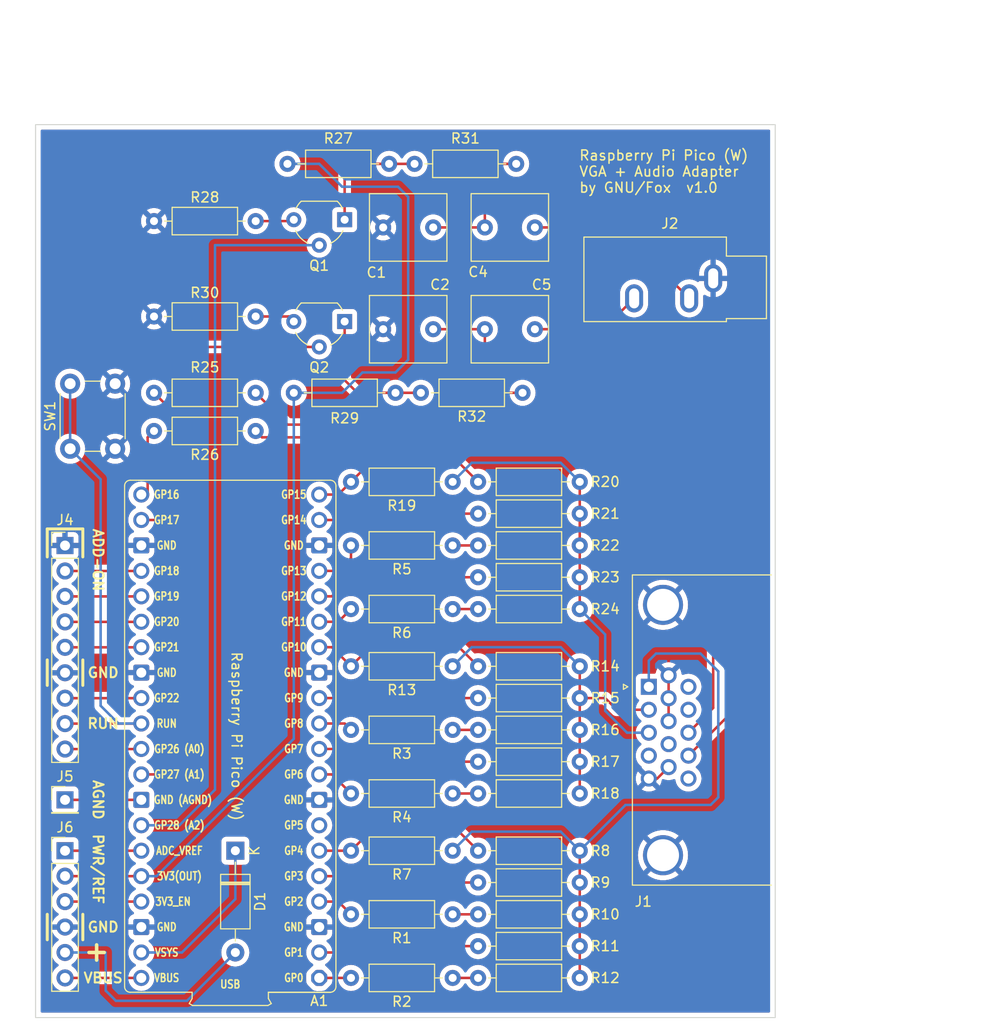
<source format=kicad_pcb>
(kicad_pcb (version 20211014) (generator pcbnew)
  (layers (0 "F.Cu" signal) (31 "B.Cu" signal) (34 "B.Paste" user) (35 "F.Paste" user) (36 "B.SilkS" user "B.Silkscreen") (37 "F.SilkS" user "F.Silkscreen") (38 "B.Mask" user) (39 "F.Mask" user) (44 "Edge.Cuts" user))
  (net 0 "")
  (net 1 "/GPIO0")
  (net 2 "/GPIO1")
  (net 3 "/GPIO2")
  (net 4 "/GPIO3")
  (net 5 "/GPIO4")
  (net 6 "/GPIO5")
  (net 7 "/GPIO6")
  (net 8 "/GPIO7")
  (net 9 "/GPIO8")
  (net 10 "/GPIO9")
  (net 11 "/GPIO10")
  (net 12 "/GPIO11")
  (net 13 "/GPIO12")
  (net 14 "/GPIO13")
  (net 15 "/GPIO14")
  (net 16 "/GPIO15")
  (net 17 "/VBUS")
  (net 18 "Net-(A1-Pad39)")
  (net 19 "/3V3_EN")
  (net 20 "/ADC_VREF")
  (net 21 "/AGND")
  (net 22 "/GPIO26")
  (net 23 "/RUN")
  (net 24 "/PWM_R")
  (net 25 "/GPIO22")
  (net 26 "/PWM_L")
  (net 27 "/GPIO21")
  (net 28 "+3V3")
  (net 29 "/GPIO20")
  (net 30 "/GPIO19")
  (net 31 "+5V")
  (net 32 "Net-(C1-Pad1)")
  (net 33 "Net-(C2-Pad1)")
  (net 34 "Net-(C4-Pad2)")
  (net 35 "Net-(C5-Pad1)")
  (net 36 "/VGA_R")
  (net 37 "/VGA_G")
  (net 38 "/VGA_B")
  (net 43 "/HSYNC")
  (net 44 "/VSYNC")
  (net 46 "Net-(Q1-Pad1)")
  (net 47 "Net-(Q1-Pad3)")
  (net 48 "Net-(Q2-Pad1)")
  (net 49 "Net-(Q2-Pad3)")
  (net 50 "Net-(R1-Pad1)")
  (net 51 "Net-(R12-Pad2)")
  (net 52 "Net-(R16-Pad2)")
  (net 53 "Net-(R18-Pad2)")
  (net 54 "Net-(R22-Pad2)")
  (net 55 "Net-(R24-Pad2)")
  (net 56 "/GPIO18")
  (net 57 "/GPIO17")
  (net 58 "GND")
  (net 59 "/GPIO16")
  (footprint "Diode_THT:D_A-405_P10.16mm_Horizontal" (layer "F.Cu") (at 53.848 118.11 -90)
    (fp_text reference "D1" (at 5.08 -2.47 90) (layer "F.SilkS"))
    (fp_text value "D_Schottky")
    (fp_text user "K" (at 0 -1.9 90) (layer "F.SilkS"))
    (pad "1" thru_hole rect (at 0 0 270) (size 1.8 1.8) (drill 0.9) (layers *.Cu *.Mask) (net 18 "Net-(A1-Pad39)"))
    (pad "2" thru_hole oval (at 10.16 0 270) (size 1.8 1.8) (drill 0.9) (layers *.Cu *.Mask) (net 31 "+5V"))
  )
  (footprint "Capacitor_THT:C_Rect_L7.5mm_W6.5mm_P5.00mm" (layer "F.Cu") (at 73.62 66.04 180)
    (fp_text reference "C2" (at -0.675 4.445) (layer "F.SilkS"))
    (fp_text value "100n")
    (pad "1" thru_hole circle (at 0 0 180) (size 1.6 1.6) (drill 0.8) (layers *.Cu *.Mask) (net 33 "Net-(C2-Pad1)"))
    (pad "2" thru_hole circle (at 5 0 180) (size 1.6 1.6) (drill 0.8) (layers *.Cu *.Mask) (net 58 "GND"))
  )
  (footprint "Package_TO_SOT_THT:TO-92_Wide" (layer "F.Cu") (at 64.77 55.11 180)
    (fp_text reference "Q1" (at 2.55 -4.58) (layer "F.SilkS"))
    (fp_text value "Q_NMOS_DGS")
    (pad "1" thru_hole rect (at 0 0 180) (size 1.5 1.5) (drill 0.8) (layers *.Cu *.Mask) (net 46 "Net-(Q1-Pad1)"))
    (pad "2" thru_hole circle (at 2.54 -2.54 180) (size 1.5 1.5) (drill 0.8) (layers *.Cu *.Mask) (net 26 "/PWM_L"))
    (pad "3" thru_hole circle (at 5.08 0 180) (size 1.5 1.5) (drill 0.8) (layers *.Cu *.Mask) (net 47 "Net-(Q1-Pad3)"))
  )
  (footprint "Resistor_THT:R_Axial_DIN0207_L6.3mm_D2.5mm_P10.16mm_Horizontal" (layer "F.Cu") (at 75.565 124.46 180)
    (fp_text reference "R1" (at 5.08 -2.37 180) (layer "F.SilkS"))
    (fp_text value "1k")
    (pad "1" thru_hole circle (at 0 0 180) (size 1.6 1.6) (drill 0.8) (layers *.Cu *.Mask) (net 50 "Net-(R1-Pad1)"))
    (pad "2" thru_hole oval (at 10.16 0 180) (size 1.6 1.6) (drill 0.8) (layers *.Cu *.Mask) (net 3 "/GPIO2"))
  )
  (footprint "Resistor_THT:R_Axial_DIN0207_L6.3mm_D2.5mm_P10.16mm_Horizontal" (layer "F.Cu") (at 75.565 99.695 180)
    (fp_text reference "R13" (at 5.08 -2.37 180) (layer "F.SilkS"))
    (fp_text value "1k")
    (pad "1" thru_hole circle (at 0 0 180) (size 1.6 1.6) (drill 0.8) (layers *.Cu *.Mask) (net 37 "/VGA_G"))
    (pad "2" thru_hole oval (at 10.16 0 180) (size 1.6 1.6) (drill 0.8) (layers *.Cu *.Mask) (net 11 "/GPIO10"))
  )
  (footprint "Connector_PinHeader_2.54mm:PinHeader_1x09_P2.54mm_Vertical" (layer "F.Cu") (at 36.83 87.64)
    (fp_text reference "J4" (at 0 -2.55) (layer "F.SilkS"))
    (fp_text value "ADD-ON")
    (pad "1" thru_hole rect (at 0 0) (size 1.7 1.7) (drill 1) (layers *.Cu *.Mask) (net 58 "GND"))
    (pad "2" thru_hole oval (at 0 2.54) (size 1.7 1.7) (drill 1) (layers *.Cu *.Mask) (net 56 "/GPIO18"))
    (pad "3" thru_hole oval (at 0 5.08) (size 1.7 1.7) (drill 1) (layers *.Cu *.Mask) (net 30 "/GPIO19"))
    (pad "4" thru_hole oval (at 0 7.62) (size 1.7 1.7) (drill 1) (layers *.Cu *.Mask) (net 29 "/GPIO20"))
    (pad "5" thru_hole oval (at 0 10.16) (size 1.7 1.7) (drill 1) (layers *.Cu *.Mask) (net 27 "/GPIO21"))
    (pad "6" thru_hole oval (at 0 12.7) (size 1.7 1.7) (drill 1) (layers *.Cu *.Mask) (net 58 "GND"))
    (pad "7" thru_hole oval (at 0 15.24) (size 1.7 1.7) (drill 1) (layers *.Cu *.Mask) (net 25 "/GPIO22"))
    (pad "8" thru_hole oval (at 0 17.78) (size 1.7 1.7) (drill 1) (layers *.Cu *.Mask) (net 23 "/RUN"))
    (pad "9" thru_hole oval (at 0 20.32) (size 1.7 1.7) (drill 1) (layers *.Cu *.Mask) (net 22 "/GPIO26"))
  )
  (footprint "Resistor_THT:R_Axial_DIN0207_L6.3mm_D2.5mm_P10.16mm_Horizontal" (layer "F.Cu") (at 81.915 49.53 180)
    (fp_text reference "R31" (at 5.08 2.54 180) (layer "F.SilkS"))
    (fp_text value "220")
    (pad "1" thru_hole circle (at 0 0 180) (size 1.6 1.6) (drill 0.8) (layers *.Cu *.Mask) (net 32 "Net-(C1-Pad1)"))
    (pad "2" thru_hole oval (at 10.16 0 180) (size 1.6 1.6) (drill 0.8) (layers *.Cu *.Mask) (net 46 "Net-(Q1-Pad1)"))
  )
  (footprint "Resistor_THT:R_Axial_DIN0207_L6.3mm_D2.5mm_P10.16mm_Horizontal" (layer "F.Cu") (at 88.265 87.63 180)
    (fp_text reference "R22" (at -2.54 0 180) (layer "F.SilkS"))
    (fp_text value "1k")
    (pad "1" thru_hole circle (at 0 0 180) (size 1.6 1.6) (drill 0.8) (layers *.Cu *.Mask) (net 38 "/VGA_B"))
    (pad "2" thru_hole oval (at 10.16 0 180) (size 1.6 1.6) (drill 0.8) (layers *.Cu *.Mask) (net 54 "Net-(R22-Pad2)"))
  )
  (footprint "Resistor_THT:R_Axial_DIN0207_L6.3mm_D2.5mm_P10.16mm_Horizontal" (layer "F.Cu") (at 88.265 84.455 180)
    (fp_text reference "R21" (at -2.54 0 180) (layer "F.SilkS"))
    (fp_text value "1k")
    (pad "1" thru_hole circle (at 0 0 180) (size 1.6 1.6) (drill 0.8) (layers *.Cu *.Mask) (net 38 "/VGA_B"))
    (pad "2" thru_hole oval (at 10.16 0 180) (size 1.6 1.6) (drill 0.8) (layers *.Cu *.Mask) (net 15 "/GPIO14"))
  )
  (footprint "Resistor_THT:R_Axial_DIN0207_L6.3mm_D2.5mm_P10.16mm_Horizontal" (layer "F.Cu") (at 55.88 76.2 180)
    (fp_text reference "R26" (at 5.08 -2.37 180) (layer "F.SilkS"))
    (fp_text value "47")
    (pad "1" thru_hole circle (at 0 0 180) (size 1.6 1.6) (drill 0.8) (layers *.Cu *.Mask) (net 43 "/HSYNC"))
    (pad "2" thru_hole oval (at 10.16 0 180) (size 1.6 1.6) (drill 0.8) (layers *.Cu *.Mask) (net 59 "/GPIO16"))
  )
  (footprint "Resistor_THT:R_Axial_DIN0207_L6.3mm_D2.5mm_P10.16mm_Horizontal" (layer "F.Cu") (at 45.72 64.77)
    (fp_text reference "R30" (at 5.08 -2.37) (layer "F.SilkS"))
    (fp_text value "100")
    (pad "1" thru_hole circle (at 0 0) (size 1.6 1.6) (drill 0.8) (layers *.Cu *.Mask) (net 58 "GND"))
    (pad "2" thru_hole oval (at 10.16 0) (size 1.6 1.6) (drill 0.8) (layers *.Cu *.Mask) (net 49 "Net-(Q2-Pad3)"))
  )
  (footprint "Module:Raspberry_Pi_Pico_Socket" (layer "F.Cu") (at 62.23 130.81 180)
    (fp_text reference "A1" (at 0 -2.286 180) (layer "F.SilkS"))
    (fp_text value "RaspberryPi-Pico-Socket")
    (fp_text user "GND" (at 2.54 30.48 180) (layer "F.SilkS") (effects (font (size 0.8 0.64))))
    (fp_text user "GP6" (at 2.54 20.32 180) (layer "F.SilkS") (effects (font (size 0.8 0.64))))
    (fp_text user "VSYS" (at 15.24 2.54 180) (layer "F.SilkS") (effects (font (size 0.8 0.64))))
    (fp_text user "GP8" (at 2.54 25.4 180) (layer "F.SilkS") (effects (font (size 0.8 0.64))))
    (fp_text user "GND" (at 2.54 43.18 180) (layer "F.SilkS") (effects (font (size 0.8 0.64))))
    (fp_text user "GP1" (at 2.54 2.54 180) (layer "F.SilkS") (effects (font (size 0.8 0.64))))
    (fp_text user "GP14" (at 2.54 45.72 180) (layer "F.SilkS") (effects (font (size 0.8 0.64))))
    (fp_text user "GP2" (at 2.54 7.62 180) (layer "F.SilkS") (effects (font (size 0.8 0.64))))
    (fp_text user "3V3(OUT)" (at 13.97 10.16 180) (layer "F.SilkS") (effects (font (size 0.8 0.64))))
    (fp_text user "GP22" (at 15.24 27.94 180) (layer "F.SilkS") (effects (font (size 0.8 0.64))))
    (fp_text user "GP19" (at 15.24 38.1 180) (layer "F.SilkS") (effects (font (size 0.8 0.64))))
    (fp_text user "GP7" (at 2.54 22.86 180) (layer "F.SilkS") (effects (font (size 0.8 0.64))))
    (fp_text user "Raspberry Pi Pico (W)" (at 8.255 24.13 270 unlocked) (layer "F.SilkS"))
    (fp_text user "USB" (at 8.89 -0.635 180) (layer "F.SilkS") (effects (font (size 0.8 0.66))))
    (fp_text user "RUN" (at 15.24 25.4 180) (layer "F.SilkS") (effects (font (size 0.8 0.64))))
    (fp_text user "3V3_EN" (at 14.605 7.62 180) (layer "F.SilkS") (effects (font (size 0.8 0.64))))
    (fp_text user "GP28 (A2)" (at 13.97 15.24 180) (layer "F.SilkS") (effects (font (size 0.8 0.64))))
    (fp_text user "GP4" (at 2.54 12.7 180) (layer "F.SilkS") (effects (font (size 0.8 0.64))))
    (fp_text user "GP13" (at 2.54 40.64 180) (layer "F.SilkS") (effects (font (size 0.8 0.64))))
    (fp_text user "GP16" (at 15.24 48.26 180) (layer "F.SilkS") (effects (font (size 0.8 0.64))))
    (fp_text user "GND" (at 15.24 5.08 180) (layer "F.SilkS") (effects (font (size 0.8 0.64))))
    (fp_text user "GP12" (at 2.54 38.1 180) (layer "F.SilkS") (effects (font (size 0.8 0.64))))
    (fp_text user "GND" (at 2.54 5.08 180) (layer "F.SilkS") (effects (font (size 0.8 0.64))))
    (fp_text user "GP15" (at 2.54 48.26 180) (layer "F.SilkS") (effects (font (size 0.8 0.64))))
    (fp_text user "GP9" (at 2.54 27.94 180) (layer "F.SilkS") (effects (font (size 0.8 0.64))))
    (fp_text user "GND (AGND)" (at 13.6144 17.78 180) (layer "F.SilkS") (effects (font (size 0.8 0.64))))
    (fp_text user "GP5" (at 2.54 15.24 180) (layer "F.SilkS") (effects (font (size 0.8 0.64))))
    (fp_text user "GP3" (at 2.54 10.16 180) (layer "F.SilkS") (effects (font (size 0.8 0.64))))
    (fp_text user "GP10" (at 2.54 33.02 180) (layer "F.SilkS") (effects (font (size 0.8 0.64))))
    (fp_text user "GP17" (at 15.24 45.72 180) (layer "F.SilkS") (effects (font (size 0.8 0.64))))
    (fp_text user "GP26 (A0)" (at 13.97 22.86 180) (layer "F.SilkS") (effects (font (size 0.8 0.64))))
    (fp_text user "VBUS" (at 15.24 0 180) (layer "F.SilkS") (effects (font (size 0.8 0.64))))
    (fp_text user "GND" (at 15.24 30.48 180) (layer "F.SilkS") (effects (font (size 0.8 0.64))))
    (fp_text user "GP20" (at 15.24 35.56 180) (layer "F.SilkS") (effects (font (size 0.8 0.64))))
    (fp_text user "GP18" (at 15.24 40.64 180) (layer "F.SilkS") (effects (font (size 0.8 0.64))))
    (fp_text user "GP11" (at 2.54 35.56 180) (layer "F.SilkS") (effects (font (size 0.8 0.64))))
    (fp_text user "ADC_VREF" (at 13.97 12.7 180) (layer "F.SilkS") (effects (font (size 0.8 0.64))))
    (fp_text user "GND" (at 15.24 43.18 180) (layer "F.SilkS") (effects (font (size 0.8 0.64))))
    (fp_text user "GND" (at 2.54 17.78 180) (layer "F.SilkS") (effects (font (size 0.8 0.64))))
    (fp_text user "GP0" (at 2.54 0 180) (layer "F.SilkS") (effects (font (size 0.8 0.64))))
    (fp_text user "GP27 (A1)" (at 13.97 20.32 180) (layer "F.SilkS") (effects (font (size 0.8 0.64))))
    (fp_text user "GP21" (at 15.24 33.02 180) (layer "F.SilkS") (effects (font (size 0.8 0.64))))
    (pad "1" thru_hole custom (at 0 0 180) (size 1.6 1.6) (drill 1) (layers *.Cu *.Mask) (net 1 "/GPIO0") (options (clearance convexhull) (anchor circle)) (primitives (gr_poly (pts (xy 0.6 0.248529) (xy 0.248529 0.6) (xy -0.248529 0.6) (xy -0.6 0.248529) (xy -0.6 -0.248529) (xy -0.248529 -0.6) (xy 0.248529 -0.6) (xy 0.6 -0.248529)) (width 0.4) (fill yes))))
    (pad "2" thru_hole circle (at 0 2.54 180) (size 1.6 1.6) (drill 1) (layers *.Cu *.Mask) (net 2 "/GPIO1"))
    (pad "3" thru_hole roundrect (at 0 5.08 180) (size 1.6 1.6) (drill 1) (layers *.Cu *.Mask) (roundrect_rratio 0.125) (net 58 "GND"))
    (pad "4" thru_hole circle (at 0 7.62 180) (size 1.6 1.6) (drill 1) (layers *.Cu *.Mask) (net 3 "/GPIO2"))
    (pad "5" thru_hole circle (at 0 10.16 180) (size 1.6 1.6) (drill 1) (layers *.Cu *.Mask) (net 4 "/GPIO3"))
    (pad "6" thru_hole circle (at 0 12.7 180) (size 1.6 1.6) (drill 1) (layers *.Cu *.Mask) (net 5 "/GPIO4"))
    (pad "7" thru_hole circle (at 0 15.24 180) (size 1.6 1.6) (drill 1) (layers *.Cu *.Mask) (net 6 "/GPIO5"))
    (pad "8" thru_hole roundrect (at 0 17.78 180) (size 1.6 1.6) (drill 1) (layers *.Cu *.Mask) (roundrect_rratio 0.125) (net 58 "GND"))
    (pad "9" thru_hole circle (at 0 20.32 180) (size 1.6 1.6) (drill 1) (layers *.Cu *.Mask) (net 7 "/GPIO6"))
    (pad "10" thru_hole circle (at 0 22.86 180) (size 1.6 1.6) (drill 1) (layers *.Cu *.Mask) (net 8 "/GPIO7"))
    (pad "11" thru_hole circle (at 0 25.4 180) (size 1.6 1.6) (drill 1) (layers *.Cu *.Mask) (net 9 "/GPIO8"))
    (pad "12" thru_hole circle (at 0 27.94 180) (size 1.6 1.6) (drill 1) (layers *.Cu *.Mask) (net 10 "/GPIO9"))
    (pad "13" thru_hole roundrect (at 0 30.48 180) (size 1.6 1.6) (drill 1) (layers *.Cu *.Mask) (roundrect_rratio 0.125) (net 58 "GND"))
    (pad "14" thru_hole circle (at 0 33.02 180) (size 1.6 1.6) (drill 1) (layers *.Cu *.Mask) (net 11 "/GPIO10"))
    (pad "15" thru_hole circle (at 0 35.56 180) (size 1.6 1.6) (drill 1) (layers *.Cu *.Mask) (net 12 "/GPIO11"))
    (pad "16" thru_hole circle (at 0 38.1 180) (size 1.6 1.6) (drill 1) (layers *.Cu *.Mask) (net 13 "/GPIO12"))
    (pad "17" thru_hole circle (at 0 40.64 180) (size 1.6 1.6) (drill 1) (layers *.Cu *.Mask) (net 14 "/GPIO13"))
    (pad "18" thru_hole roundrect (at 0 43.18 180) (size 1.6 1.6) (drill 1) (layers *.Cu *.Mask) (roundrect_rratio 0.125) (net 58 "GND"))
    (pad "19" thru_hole circle (at 0 45.72 180) (size 1.6 1.6) (drill 1) (layers *.Cu *.Mask) (net 15 "/GPIO14"))
    (pad "20" thru_hole circle (at 0 48.26 180) (size 1.6 1.6) (drill 1) (layers *.Cu *.Mask) (net 16 "/GPIO15"))
    (pad "21" thru_hole circle (at 17.78 48.26 180) (size 1.6 1.6) (drill 1) (layers *.Cu *.Mask) (net 59 "/GPIO16"))
    (pad "22" thru_hole circle (at 17.78 45.72 180) (size 1.6 1.6) (drill 1) (layers *.Cu *.Mask) (net 57 "/GPIO17"))
    (pad "23" thru_hole roundrect (at 17.78 43.18 180) (size 1.6 1.6) (drill 1) (layers *.Cu *.Mask) (roundrect_rratio 0.125) (net 58 "GND"))
    (pad "24" thru_hole circle (at 17.78 40.64 180) (size 1.6 1.6) (drill 1) (layers *.Cu *.Mask) (net 56 "/GPIO18"))
    (pad "25" thru_hole circle (at 17.78 38.1 180) (size 1.6 1.6) (drill 1) (layers *.Cu *.Mask) (net 30 "/GPIO19"))
    (pad "26" thru_hole circle (at 17.78 35.56 180) (size 1.6 1.6) (drill 1) (layers *.Cu *.Mask) (net 29 "/GPIO20"))
    (pad "27" thru_hole circle (at 17.78 33.02 180) (size 1.6 1.6) (drill 1) (layers *.Cu *.Mask) (net 27 "/GPIO21"))
    (pad "28" thru_hole roundrect (at 17.78 30.48 180) (size 1.6 1.6) (drill 1) (layers *.Cu *.Mask) (roundrect_rratio 0.125) (net 58 "GND"))
    (pad "29" thru_hole circle (at 17.78 27.94 180) (size 1.6 1.6) (drill 1) (layers *.Cu *.Mask) (net 25 "/GPIO22"))
    (pad "30" thru_hole circle (at 17.78 25.4 180) (size 1.6 1.6) (drill 1) (layers *.Cu *.Mask) (net 23 "/RUN"))
    (pad "31" thru_hole circle (at 17.78 22.86 180) (size 1.6 1.6) (drill 1) (layers *.Cu *.Mask) (net 22 "/GPIO26"))
    (pad "32" thru_hole circle (at 17.78 20.32 180) (size 1.6 1.6) (drill 1) (layers *.Cu *.Mask) (net 24 "/PWM_R"))
    (pad "33" thru_hole roundrect (at 17.78 17.78 180) (size 1.6 1.6) (drill 1) (layers *.Cu *.Mask) (roundrect_rratio 0.125) (net 21 "/AGND"))
    (pad "34" thru_hole circle (at 17.78 15.24 180) (size 1.6 1.6) (drill 1) (layers *.Cu *.Mask) (net 26 "/PWM_L"))
    (pad "35" thru_hole circle (at 17.78 12.7 180) (size 1.6 1.6) (drill 1) (layers *.Cu *.Mask) (net 20 "/ADC_VREF"))
    (pad "36" thru_hole circle (at 17.78 10.16 180) (size 1.6 1.6) (drill 1) (layers *.Cu *.Mask) (net 28 "+3V3"))
    (pad "37" thru_hole circle (at 17.78 7.62 180) (size 1.6 1.6) (drill 1) (layers *.Cu *.Mask) (net 19 "/3V3_EN"))
    (pad "38" thru_hole roundrect (at 17.78 5.08 180) (size 1.6 1.6) (drill 1) (layers *.Cu *.Mask) (roundrect_rratio 0.125) (net 58 "GND"))
    (pad "39" thru_hole circle (at 17.78 2.54 180) (size 1.6 1.6) (drill 1) (layers *.Cu *.Mask) (net 18 "Net-(A1-Pad39)"))
    (pad "40" thru_hole circle (at 17.78 0 180) (size 1.6 1.6) (drill 1) (layers *.Cu *.Mask) (net 17 "/VBUS"))
  )
  (footprint "Resistor_THT:R_Axial_DIN0207_L6.3mm_D2.5mm_P10.16mm_Horizontal" (layer "F.Cu") (at 88.265 99.695 180)
    (fp_text reference "R14" (at -2.54 0 180) (layer "F.SilkS"))
    (fp_text value "1k")
    (pad "1" thru_hole circle (at 0 0 180) (size 1.6 1.6) (drill 0.8) (layers *.Cu *.Mask) (net 37 "/VGA_G"))
    (pad "2" thru_hole oval (at 10.16 0 180) (size 1.6 1.6) (drill 0.8) (layers *.Cu *.Mask) (net 11 "/GPIO10"))
  )
  (footprint "Connector_PinHeader_2.54mm:PinHeader_1x01_P2.54mm_Vertical" (layer "F.Cu") (at 36.83 113.03)
    (fp_text reference "J5" (at 0 -2.33) (layer "F.SilkS"))
    (fp_text value "AGND")
    (pad "1" thru_hole rect (at 0 0) (size 1.7 1.7) (drill 1) (layers *.Cu *.Mask) (net 21 "/AGND"))
  )
  (footprint "Resistor_THT:R_Axial_DIN0207_L6.3mm_D2.5mm_P10.16mm_Horizontal" (layer "F.Cu") (at 88.265 121.285 180)
    (fp_text reference "R9" (at -2.064082 0 180) (layer "F.SilkS"))
    (fp_text value "1k")
    (pad "1" thru_hole circle (at 0 0 180) (size 1.6 1.6) (drill 0.8) (layers *.Cu *.Mask) (net 36 "/VGA_R"))
    (pad "2" thru_hole oval (at 10.16 0 180) (size 1.6 1.6) (drill 0.8) (layers *.Cu *.Mask) (net 4 "/GPIO3"))
  )
  (footprint "Resistor_THT:R_Axial_DIN0207_L6.3mm_D2.5mm_P10.16mm_Horizontal" (layer "F.Cu") (at 75.565 93.98 180)
    (fp_text reference "R6" (at 5.08 -2.37 180) (layer "F.SilkS"))
    (fp_text value "3.9k")
    (pad "1" thru_hole circle (at 0 0 180) (size 1.6 1.6) (drill 0.8) (layers *.Cu *.Mask) (net 55 "Net-(R24-Pad2)"))
    (pad "2" thru_hole oval (at 10.16 0 180) (size 1.6 1.6) (drill 0.8) (layers *.Cu *.Mask) (net 12 "/GPIO11"))
  )
  (footprint "Resistor_THT:R_Axial_DIN0207_L6.3mm_D2.5mm_P10.16mm_Horizontal" (layer "F.Cu") (at 88.265 130.81 180)
    (fp_text reference "R12" (at -2.54 0 180) (layer "F.SilkS"))
    (fp_text value "3.9k")
    (pad "1" thru_hole circle (at 0 0 180) (size 1.6 1.6) (drill 0.8) (layers *.Cu *.Mask) (net 36 "/VGA_R"))
    (pad "2" thru_hole oval (at 10.16 0 180) (size 1.6 1.6) (drill 0.8) (layers *.Cu *.Mask) (net 51 "Net-(R12-Pad2)"))
  )
  (footprint "Resistor_THT:R_Axial_DIN0207_L6.3mm_D2.5mm_P10.16mm_Horizontal" (layer "F.Cu") (at 75.565 106.045 180)
    (fp_text reference "R3" (at 5.08 -2.37 180) (layer "F.SilkS"))
    (fp_text value "1k")
    (pad "1" thru_hole circle (at 0 0 180) (size 1.6 1.6) (drill 0.8) (layers *.Cu *.Mask) (net 52 "Net-(R16-Pad2)"))
    (pad "2" thru_hole oval (at 10.16 0 180) (size 1.6 1.6) (drill 0.8) (layers *.Cu *.Mask) (net 9 "/GPIO8"))
  )
  (footprint "Resistor_THT:R_Axial_DIN0207_L6.3mm_D2.5mm_P10.16mm_Horizontal" (layer "F.Cu") (at 88.265 90.805 180)
    (fp_text reference "R23" (at -2.54 0 180) (layer "F.SilkS"))
    (fp_text value "3.9k")
    (pad "1" thru_hole circle (at 0 0 180) (size 1.6 1.6) (drill 0.8) (layers *.Cu *.Mask) (net 38 "/VGA_B"))
    (pad "2" thru_hole oval (at 10.16 0 180) (size 1.6 1.6) (drill 0.8) (layers *.Cu *.Mask) (net 13 "/GPIO12"))
  )
  (footprint "Connector_Audio:Jack_3.5mm_CUI_SJ1-3533NG_Horizontal" (layer "F.Cu") (at 101.6 60.96 -90)
    (fp_text reference "J2" (at -5.472579 4.332418) (layer "F.SilkS"))
    (fp_text value "AudioJack3")
    (pad "R" thru_hole oval (at 2 7.9 270) (size 2.8 1.8) (drill oval 2 1) (layers *.Cu *.Mask) (net 35 "Net-(C5-Pad1)"))
    (pad "S" thru_hole oval (at 0 0 270) (size 2.8 1.8) (drill oval 2 1) (layers *.Cu *.Mask) (net 58 "GND"))
    (pad "T" thru_hole oval (at 2 2.4 270) (size 2.8 1.8) (drill oval 2 1) (layers *.Cu *.Mask) (net 34 "Net-(C4-Pad2)"))
  )
  (footprint "Resistor_THT:R_Axial_DIN0207_L6.3mm_D2.5mm_P10.16mm_Horizontal" (layer "F.Cu") (at 88.265 112.395 180)
    (fp_text reference "R18" (at -2.54 0 180) (layer "F.SilkS"))
    (fp_text value "3.9k")
    (pad "1" thru_hole circle (at 0 0 180) (size 1.6 1.6) (drill 0.8) (layers *.Cu *.Mask) (net 37 "/VGA_G"))
    (pad "2" thru_hole oval (at 10.16 0 180) (size 1.6 1.6) (drill 0.8) (layers *.Cu *.Mask) (net 53 "Net-(R18-Pad2)"))
  )
  (footprint "Resistor_THT:R_Axial_DIN0207_L6.3mm_D2.5mm_P10.16mm_Horizontal" (layer "F.Cu") (at 88.265 102.87 180)
    (fp_text reference "R15" (at -2.54 0 180) (layer "F.SilkS"))
    (fp_text value "1k")
    (pad "1" thru_hole circle (at 0 0 180) (size 1.6 1.6) (drill 0.8) (layers *.Cu *.Mask) (net 37 "/VGA_G"))
    (pad "2" thru_hole oval (at 10.16 0 180) (size 1.6 1.6) (drill 0.8) (layers *.Cu *.Mask) (net 10 "/GPIO9"))
  )
  (footprint "Resistor_THT:R_Axial_DIN0207_L6.3mm_D2.5mm_P10.16mm_Horizontal" (layer "F.Cu") (at 88.265 106.045 180)
    (fp_text reference "R16" (at -2.54 0 180) (layer "F.SilkS"))
    (fp_text value "1k")
    (pad "1" thru_hole circle (at 0 0 180) (size 1.6 1.6) (drill 0.8) (layers *.Cu *.Mask) (net 37 "/VGA_G"))
    (pad "2" thru_hole oval (at 10.16 0 180) (size 1.6 1.6) (drill 0.8) (layers *.Cu *.Mask) (net 52 "Net-(R16-Pad2)"))
  )
  (footprint "Resistor_THT:R_Axial_DIN0207_L6.3mm_D2.5mm_P10.16mm_Horizontal" (layer "F.Cu") (at 88.265 124.46 180)
    (fp_text reference "R10" (at -2.54 0 180) (layer "F.SilkS"))
    (fp_text value "1k")
    (pad "1" thru_hole circle (at 0 0 180) (size 1.6 1.6) (drill 0.8) (layers *.Cu *.Mask) (net 36 "/VGA_R"))
    (pad "2" thru_hole oval (at 10.16 0 180) (size 1.6 1.6) (drill 0.8) (layers *.Cu *.Mask) (net 50 "Net-(R1-Pad1)"))
  )
  (footprint "Resistor_THT:R_Axial_DIN0207_L6.3mm_D2.5mm_P10.16mm_Horizontal" (layer "F.Cu") (at 75.565 112.395 180)
    (fp_text reference "R4" (at 5.08 -2.37 180) (layer "F.SilkS"))
    (fp_text value "3.9k")
    (pad "1" thru_hole circle (at 0 0 180) (size 1.6 1.6) (drill 0.8) (layers *.Cu *.Mask) (net 53 "Net-(R18-Pad2)"))
    (pad "2" thru_hole oval (at 10.16 0 180) (size 1.6 1.6) (drill 0.8) (layers *.Cu *.Mask) (net 7 "/GPIO6"))
  )
  (footprint "Resistor_THT:R_Axial_DIN0207_L6.3mm_D2.5mm_P10.16mm_Horizontal" (layer "F.Cu") (at 88.265 81.28 180)
    (fp_text reference "R20" (at -2.54 0 180) (layer "F.SilkS"))
    (fp_text value "1k")
    (pad "1" thru_hole circle (at 0 0 180) (size 1.6 1.6) (drill 0.8) (layers *.Cu *.Mask) (net 38 "/VGA_B"))
    (pad "2" thru_hole oval (at 10.16 0 180) (size 1.6 1.6) (drill 0.8) (layers *.Cu *.Mask) (net 16 "/GPIO15"))
  )
  (footprint "Resistor_THT:R_Axial_DIN0207_L6.3mm_D2.5mm_P10.16mm_Horizontal" (layer "F.Cu") (at 59.055 49.53)
    (fp_text reference "R27" (at 5.08 -2.54) (layer "F.SilkS"))
    (fp_text value "1k")
    (pad "1" thru_hole circle (at 0 0) (size 1.6 1.6) (drill 0.8) (layers *.Cu *.Mask) (net 28 "+3V3"))
    (pad "2" thru_hole oval (at 10.16 0) (size 1.6 1.6) (drill 0.8) (layers *.Cu *.Mask) (net 46 "Net-(Q1-Pad1)"))
  )
  (footprint "Resistor_THT:R_Axial_DIN0207_L6.3mm_D2.5mm_P10.16mm_Horizontal" (layer "F.Cu") (at 55.88 72.39 180)
    (fp_text reference "R25" (at 5.08 2.54 180) (layer "F.SilkS"))
    (fp_text value "47")
    (pad "1" thru_hole circle (at 0 0 180) (size 1.6 1.6) (drill 0.8) (layers *.Cu *.Mask) (net 44 "/VSYNC"))
    (pad "2" thru_hole oval (at 10.16 0 180) (size 1.6 1.6) (drill 0.8) (layers *.Cu *.Mask) (net 57 "/GPIO17"))
  )
  (footprint "Resistor_THT:R_Axial_DIN0207_L6.3mm_D2.5mm_P10.16mm_Horizontal" (layer "F.Cu") (at 75.565 87.63 180)
    (fp_text reference "R5" (at 5.08 -2.37 180) (layer "F.SilkS"))
    (fp_text value "1k")
    (pad "1" thru_hole circle (at 0 0 180) (size 1.6 1.6) (drill 0.8) (layers *.Cu *.Mask) (net 54 "Net-(R22-Pad2)"))
    (pad "2" thru_hole oval (at 10.16 0 180) (size 1.6 1.6) (drill 0.8) (layers *.Cu *.Mask) (net 14 "/GPIO13"))
  )
  (footprint "Resistor_THT:R_Axial_DIN0207_L6.3mm_D2.5mm_P10.16mm_Horizontal" (layer "F.Cu") (at 59.69 72.39)
    (fp_text reference "R29" (at 5.08 2.54) (layer "F.SilkS"))
    (fp_text value "1k")
    (pad "1" thru_hole circle (at 0 0) (size 1.6 1.6) (drill 0.8) (layers *.Cu *.Mask) (net 28 "+3V3"))
    (pad "2" thru_hole oval (at 10.16 0) (size 1.6 1.6) (drill 0.8) (layers *.Cu *.Mask) (net 48 "Net-(Q2-Pad1)"))
  )
  (footprint "Resistor_THT:R_Axial_DIN0207_L6.3mm_D2.5mm_P10.16mm_Horizontal" (layer "F.Cu") (at 75.565 130.81 180)
    (fp_text reference "R2" (at 5.08 -2.37 180) (layer "F.SilkS"))
    (fp_text value "3.9k")
    (pad "1" thru_hole circle (at 0 0 180) (size 1.6 1.6) (drill 0.8) (layers *.Cu *.Mask) (net 51 "Net-(R12-Pad2)"))
    (pad "2" thru_hole oval (at 10.16 0 180) (size 1.6 1.6) (drill 0.8) (layers *.Cu *.Mask) (net 1 "/GPIO0"))
  )
  (footprint "Resistor_THT:R_Axial_DIN0207_L6.3mm_D2.5mm_P10.16mm_Horizontal" (layer "F.Cu") (at 88.265 118.11 180)
    (fp_text reference "R8" (at -2.064579 -0.018266 180) (layer "F.SilkS"))
    (fp_text value "1k")
    (pad "1" thru_hole circle (at 0 0 180) (size 1.6 1.6) (drill 0.8) (layers *.Cu *.Mask) (net 36 "/VGA_R"))
    (pad "2" thru_hole oval (at 10.16 0 180) (size 1.6 1.6) (drill 0.8) (layers *.Cu *.Mask) (net 5 "/GPIO4"))
  )
  (footprint "Capacitor_THT:C_Rect_L7.5mm_W6.5mm_P5.00mm" (layer "F.Cu") (at 78.78 55.88)
    (fp_text reference "C4" (at -0.675 4.445) (layer "F.SilkS"))
    (fp_text value "1u")
    (pad "1" thru_hole circle (at 0 0) (size 1.6 1.6) (drill 0.8) (layers *.Cu *.Mask) (net 32 "Net-(C1-Pad1)"))
    (pad "2" thru_hole circle (at 5 0) (size 1.6 1.6) (drill 0.8) (layers *.Cu *.Mask) (net 34 "Net-(C4-Pad2)"))
  )
  (footprint "Resistor_THT:R_Axial_DIN0207_L6.3mm_D2.5mm_P10.16mm_Horizontal" (layer "F.Cu") (at 88.265 127.635 180)
    (fp_text reference "R11" (at -2.54 0 180) (layer "F.SilkS"))
    (fp_text value "3.9k")
    (pad "1" thru_hole circle (at 0 0 180) (size 1.6 1.6) (drill 0.8) (layers *.Cu *.Mask) (net 36 "/VGA_R"))
    (pad "2" thru_hole oval (at 10.16 0 180) (size 1.6 1.6) (drill 0.8) (layers *.Cu *.Mask) (net 2 "/GPIO1"))
  )
  (footprint "Capacitor_THT:C_Rect_L7.5mm_W6.5mm_P5.00mm" (layer "F.Cu") (at 73.62 55.88 180)
    (fp_text reference "C1" (at 5.675 -4.5) (layer "F.SilkS"))
    (fp_text value "100n")
    (pad "1" thru_hole circle (at 0 0 180) (size 1.6 1.6) (drill 0.8) (layers *.Cu *.Mask) (net 32 "Net-(C1-Pad1)"))
    (pad "2" thru_hole circle (at 5 0 180) (size 1.6 1.6) (drill 0.8) (layers *.Cu *.Mask) (net 58 "GND"))
  )
  (footprint "Resistor_THT:R_Axial_DIN0207_L6.3mm_D2.5mm_P10.16mm_Horizontal" (layer "F.Cu") (at 82.55 72.39 180)
    (fp_text reference "R32" (at 5.08 -2.37 180) (layer "F.SilkS"))
    (fp_text value "220")
    (pad "1" thru_hole circle (at 0 0 180) (size 1.6 1.6) (drill 0.8) (layers *.Cu *.Mask) (net 33 "Net-(C2-Pad1)"))
    (pad "2" thru_hole oval (at 10.16 0 180) (size 1.6 1.6) (drill 0.8) (layers *.Cu *.Mask) (net 48 "Net-(Q2-Pad1)"))
  )
  (footprint "Resistor_THT:R_Axial_DIN0207_L6.3mm_D2.5mm_P10.16mm_Horizontal" (layer "F.Cu") (at 75.565 81.28 180)
    (fp_text reference "R19" (at 5.08 -2.37 180) (layer "F.SilkS"))
    (fp_text value "1k")
    (pad "1" thru_hole circle (at 0 0 180) (size 1.6 1.6) (drill 0.8) (layers *.Cu *.Mask) (net 38 "/VGA_B"))
    (pad "2" thru_hole oval (at 10.16 0 180) (size 1.6 1.6) (drill 0.8) (layers *.Cu *.Mask) (net 16 "/GPIO15"))
  )
  (footprint "Resistor_THT:R_Axial_DIN0207_L6.3mm_D2.5mm_P10.16mm_Horizontal" (layer "F.Cu") (at 75.565 118.11 180)
    (fp_text reference "R7" (at 5.08 -2.37 180) (layer "F.SilkS"))
    (fp_text value "1k")
    (pad "1" thru_hole circle (at 0 0 180) (size 1.6 1.6) (drill 0.8) (layers *.Cu *.Mask) (net 36 "/VGA_R"))
    (pad "2" thru_hole oval (at 10.16 0 180) (size 1.6 1.6) (drill 0.8) (layers *.Cu *.Mask) (net 5 "/GPIO4"))
  )
  (footprint "Connector_PinHeader_2.54mm:PinHeader_1x06_P2.54mm_Vertical" (layer "F.Cu") (at 36.83 118.11)
    (fp_text reference "J6" (at 0 -2.33) (layer "F.SilkS"))
    (fp_text value "PWR_REF")
    (pad "1" thru_hole rect (at 0 0) (size 1.7 1.7) (drill 1) (layers *.Cu *.Mask) (net 20 "/ADC_VREF"))
    (pad "2" thru_hole oval (at 0 2.54) (size 1.7 1.7) (drill 1) (layers *.Cu *.Mask) (net 28 "+3V3"))
    (pad "3" thru_hole oval (at 0 5.08) (size 1.7 1.7) (drill 1) (layers *.Cu *.Mask) (net 19 "/3V3_EN"))
    (pad "4" thru_hole oval (at 0 7.62) (size 1.7 1.7) (drill 1) (layers *.Cu *.Mask) (net 58 "GND"))
    (pad "5" thru_hole oval (at 0 10.16) (size 1.7 1.7) (drill 1) (layers *.Cu *.Mask) (net 31 "+5V"))
    (pad "6" thru_hole oval (at 0 12.7) (size 1.7 1.7) (drill 1) (layers *.Cu *.Mask) (net 17 "/VBUS"))
  )
  (footprint "Button_Switch_THT:SW_PUSH_6mm_H5mm" (layer "F.Cu") (at 37.338 77.978 90)
    (fp_text reference "SW1" (at 3.25 -2 90) (layer "F.SilkS"))
    (fp_text value "SW_Push")
    (pad "1" thru_hole circle (at 0 0 180) (size 2 2) (drill 1.1) (layers *.Cu *.Mask) (net 23 "/RUN"))
    (pad "1" thru_hole circle (at 6.5 0 180) (size 2 2) (drill 1.1) (layers *.Cu *.Mask) (net 23 "/RUN"))
    (pad "2" thru_hole circle (at 0 4.5 180) (size 2 2) (drill 1.1) (layers *.Cu *.Mask) (net 58 "GND"))
    (pad "2" thru_hole circle (at 6.5 4.5 180) (size 2 2) (drill 1.1) (layers *.Cu *.Mask) (net 58 "GND"))
  )
  (footprint "Connector_Dsub:DSUB-15-HD_Female_Horizontal_P2.29x1.98mm_EdgePinOffset8.35mm_Housed_MountingHolesOffset10.89mm" (layer "F.Cu") (at 95.164669 101.745 90)
    (fp_text reference "J1" (at -21.445 -0.549669) (layer "F.SilkS"))
    (fp_text value "L77HDE15SD1CH4F")
    (pad "0" thru_hole circle (at 8.185 1.42 90) (size 4 4) (drill 3.2) (layers *.Cu *.Mask) (net 58 "GND"))
    (pad "0" thru_hole circle (at -16.815 1.42 90) (size 4 4) (drill 3.2) (layers *.Cu *.Mask) (net 58 "GND"))
    (pad "1" thru_hole rect (at 0 0 90) (size 1.6 1.6) (drill 1) (layers *.Cu *.Mask) (net 36 "/VGA_R"))
    (pad "2" thru_hole circle (at -2.29 0 90) (size 1.6 1.6) (drill 1) (layers *.Cu *.Mask) (net 37 "/VGA_G"))
    (pad "3" thru_hole circle (at -4.58 0 90) (size 1.6 1.6) (drill 1) (layers *.Cu *.Mask) (net 38 "/VGA_B"))
    (pad "4" thru_hole circle (at -6.87 0 90) (size 1.6 1.6) (drill 1) (layers *.Cu *.Mask))
    (pad "5" thru_hole circle (at -9.16 0 90) (size 1.6 1.6) (drill 1) (layers *.Cu *.Mask) (net 58 "GND"))
    (pad "6" thru_hole circle (at 1.145 1.98 90) (size 1.6 1.6) (drill 1) (layers *.Cu *.Mask) (net 58 "GND"))
    (pad "7" thru_hole circle (at -1.145 1.98 90) (size 1.6 1.6) (drill 1) (layers *.Cu *.Mask) (net 58 "GND"))
    (pad "8" thru_hole circle (at -3.435 1.98 90) (size 1.6 1.6) (drill 1) (layers *.Cu *.Mask) (net 58 "GND"))
    (pad "9" thru_hole circle (at -5.725 1.98 90) (size 1.6 1.6) (drill 1) (layers *.Cu *.Mask))
    (pad "10" thru_hole circle (at -8.015 1.98 90) (size 1.6 1.6) (drill 1) (layers *.Cu *.Mask) (net 58 "GND"))
    (pad "11" thru_hole circle (at 0 3.96 90) (size 1.6 1.6) (drill 1) (layers *.Cu *.Mask))
    (pad "12" thru_hole circle (at -2.29 3.96 90) (size 1.6 1.6) (drill 1) (layers *.Cu *.Mask))
    (pad "13" thru_hole circle (at -4.58 3.96 90) (size 1.6 1.6) (drill 1) (layers *.Cu *.Mask) (net 43 "/HSYNC"))
    (pad "14" thru_hole circle (at -6.87 3.96 90) (size 1.6 1.6) (drill 1) (layers *.Cu *.Mask) (net 44 "/VSYNC"))
    (pad "15" thru_hole circle (at -9.16 3.96 90) (size 1.6 1.6) (drill 1) (layers *.Cu *.Mask))
  )
  (footprint "Capacitor_THT:C_Rect_L7.5mm_W6.5mm_P5.00mm" (layer "F.Cu") (at 83.78 66.04 180)
    (fp_text reference "C5" (at -0.675 4.445) (layer "F.SilkS"))
    (fp_text value "1u")
    (pad "1" thru_hole circle (at 0 0 180) (size 1.6 1.6) (drill 0.8) (layers *.Cu *.Mask) (net 35 "Net-(C5-Pad1)"))
    (pad "2" thru_hole circle (at 5 0 180) (size 1.6 1.6) (drill 0.8) (layers *.Cu *.Mask) (net 33 "Net-(C2-Pad1)"))
  )
  (footprint "Resistor_THT:R_Axial_DIN0207_L6.3mm_D2.5mm_P10.16mm_Horizontal" (layer "F.Cu") (at 45.72 55.245)
    (fp_text reference "R28" (at 5.08 -2.37) (layer "F.SilkS"))
    (fp_text value "100")
    (pad "1" thru_hole circle (at 0 0) (size 1.6 1.6) (drill 0.8) (layers *.Cu *.Mask) (net 58 "GND"))
    (pad "2" thru_hole oval (at 10.16 0) (size 1.6 1.6) (drill 0.8) (layers *.Cu *.Mask) (net 47 "Net-(Q1-Pad3)"))
  )
  (footprint "Resistor_THT:R_Axial_DIN0207_L6.3mm_D2.5mm_P10.16mm_Horizontal" (layer "F.Cu") (at 88.265 93.98 180)
    (fp_text reference "R24" (at -2.54 0 180) (layer "F.SilkS"))
    (fp_text value "3.9k")
    (pad "1" thru_hole circle (at 0 0 180) (size 1.6 1.6) (drill 0.8) (layers *.Cu *.Mask) (net 38 "/VGA_B"))
    (pad "2" thru_hole oval (at 10.16 0 180) (size 1.6 1.6) (drill 0.8) (layers *.Cu *.Mask) (net 55 "Net-(R24-Pad2)"))
  )
  (footprint "Resistor_THT:R_Axial_DIN0207_L6.3mm_D2.5mm_P10.16mm_Horizontal" (layer "F.Cu") (at 88.265 109.22 180)
    (fp_text reference "R17" (at -2.54 0 180) (layer "F.SilkS"))
    (fp_text value "3.9k")
    (pad "1" thru_hole circle (at 0 0 180) (size 1.6 1.6) (drill 0.8) (layers *.Cu *.Mask) (net 37 "/VGA_G"))
    (pad "2" thru_hole oval (at 10.16 0 180) (size 1.6 1.6) (drill 0.8) (layers *.Cu *.Mask) (net 8 "/GPIO7"))
  )
  (footprint "Package_TO_SOT_THT:TO-92_Wide" (layer "F.Cu") (at 64.77 65.27 180)
    (fp_text reference "Q2" (at 2.54 -4.58) (layer "F.SilkS"))
    (fp_text value "Q_NMOS_DGS")
    (pad "1" thru_hole rect (at 0 0 180) (size 1.5 1.5) (drill 0.8) (layers *.Cu *.Mask) (net 48 "Net-(Q2-Pad1)"))
    (pad "2" thru_hole circle (at 2.54 -2.54 180) (size 1.5 1.5) (drill 0.8) (layers *.Cu *.Mask) (net 24 "/PWM_R"))
    (pad "3" thru_hole circle (at 5.08 0 180) (size 1.5 1.5) (drill 0.8) (layers *.Cu *.Mask) (net 49 "Net-(Q2-Pad3)"))
  )
  (gr_line (start 38.608 85.979) (end 38.608 88.773) (layer "F.SilkS") (width 0.3))
  (gr_line (start 35.052 101.6) (end 35.052 99.06) (layer "F.SilkS") (width 0.3))
  (gr_line (start 35.052 127) (end 35.052 124.46) (layer "F.SilkS") (width 0.3))
  (gr_line (start 38.608 124.46) (end 38.608 127) (layer "F.SilkS") (width 0.3))
  (gr_line (start 35.052 85.979) (end 38.608 85.979) (layer "F.SilkS") (width 0.3))
  (gr_line (start 35.052 85.979) (end 35.052 88.773) (layer "F.SilkS") (width 0.3))
  (gr_line (start 38.608 99.06) (end 38.608 101.6) (layer "F.SilkS") (width 0.3))
  (gr_rect (start 33.886 134.77) (end 107.8 45.616) (layer "Edge.Cuts") (width 0.1) (fill none))
  (gr_text "VBUS" (at 40.64 130.81) (layer "F.SilkS") (effects (font (size 1 1) (thickness 0.2))))
  (gr_text "ADD-ON" (at 40.132 85.852 -90) (layer "F.SilkS") (effects (font (size 1 1) (thickness 0.2)) (justify left)))
  (gr_text "GND" (at 40.64 100.33) (layer "F.SilkS") (effects (font (size 1 1) (thickness 0.2))))
  (gr_text "GND" (at 40.64 125.73) (layer "F.SilkS") (effects (font (size 1 1) (thickness 0.2))))
  (gr_text "+" (at 40.132 128.27 -90) (layer "F.SilkS") (effects (font (size 2 2) (thickness 0.35))))
  (gr_text "PWR/REF" (at 40.132 116.332 -90) (layer "F.SilkS") (effects (font (size 1 1) (thickness 0.2)) (justify left)))
  (gr_text "Raspberry Pi Pico (W)\nVGA + Audio Adapter\nby GNU/Fox  v1.0" (at 88.138 50.292) (layer "F.SilkS") (effects (font (size 1 1)) (justify left)))
  (gr_text "RUN" (at 40.64 105.41) (layer "F.SilkS") (effects (font (size 1 1) (thickness 0.2))))
  (gr_text "AGND" (at 40.132 113.03 -90) (layer "F.SilkS") (effects (font (size 1 1) (thickness 0.2))))
  (segment (start 62.23 130.81) (end 65.405 130.81) (width 0.25) (layer "F.Cu") (net 1))
  (segment (start 62.23 128.27) (end 64.77 128.27) (width 0.25) (layer "F.Cu") (net 2))
  (segment (start 64.77 128.27) (end 65.405 127.635) (width 0.25) (layer "F.Cu") (net 2))
  (segment (start 65.405 127.635) (end 78.105 127.635) (width 0.25) (layer "F.Cu") (net 2))
  (segment (start 62.23 123.19) (end 64.135 123.19) (width 0.25) (layer "F.Cu") (net 3))
  (segment (start 64.135 123.19) (end 65.405 124.46) (width 0.25) (layer "F.Cu") (net 3))
  (segment (start 65.405 121.285) (end 78.105 121.285) (width 0.25) (layer "F.Cu") (net 4))
  (segment (start 62.23 120.65) (end 64.77 120.65) (width 0.25) (layer "F.Cu") (net 4))
  (segment (start 64.77 120.65) (end 65.405 121.285) (width 0.25) (layer "F.Cu") (net 4))
  (segment (start 65.405 118.11) (end 67.31 116.205) (width 0.25) (layer "F.Cu") (net 5))
  (segment (start 67.31 116.205) (end 76.2 116.205) (width 0.25) (layer "F.Cu") (net 5))
  (segment (start 62.23 118.11) (end 65.405 118.11) (width 0.25) (layer "F.Cu") (net 5))
  (segment (start 76.2 116.205) (end 78.105 118.11) (width 0.25) (layer "F.Cu") (net 5))
  (segment (start 62.23 110.49) (end 63.5 110.49) (width 0.25) (layer "F.Cu") (net 7))
  (segment (start 63.5 110.49) (end 65.405 112.395) (width 0.25) (layer "F.Cu") (net 7))
  (segment (start 65.405 109.22) (end 78.105 109.22) (width 0.25) (layer "F.Cu") (net 8))
  (segment (start 62.23 107.95) (end 64.135 107.95) (width 0.25) (layer "F.Cu") (net 8))
  (segment (start 64.135 107.95) (end 65.405 109.22) (width 0.25) (layer "F.Cu") (net 8))
  (segment (start 62.23 105.41) (end 64.77 105.41) (width 0.25) (layer "F.Cu") (net 9))
  (segment (start 64.77 105.41) (end 65.405 106.045) (width 0.25) (layer "F.Cu") (net 9))
  (segment (start 62.23 102.87) (end 78.105 102.87) (width 0.25) (layer "F.Cu") (net 10))
  (segment (start 76.2 97.79) (end 78.105 99.695) (width 0.25) (layer "F.Cu") (net 11))
  (segment (start 63.5 97.79) (end 65.405 99.695) (width 0.25) (layer "F.Cu") (net 11))
  (segment (start 62.23 97.79) (end 63.5 97.79) (width 0.25) (layer "F.Cu") (net 11))
  (segment (start 67.31 97.79) (end 76.2 97.79) (width 0.25) (layer "F.Cu") (net 11))
  (segment (start 65.405 99.695) (end 67.31 97.79) (width 0.25) (layer "F.Cu") (net 11))
  (segment (start 64.135 95.25) (end 65.405 93.98) (width 0.25) (layer "F.Cu") (net 12))
  (segment (start 62.23 95.25) (end 64.135 95.25) (width 0.25) (layer "F.Cu") (net 12))
  (segment (start 63.5 92.71) (end 65.405 90.805) (width 0.25) (layer "F.Cu") (net 13))
  (segment (start 62.23 92.71) (end 63.5 92.71) (width 0.25) (layer "F.Cu") (net 13))
  (segment (start 65.405 90.805) (end 78.105 90.805) (width 0.25) (layer "F.Cu") (net 13))
  (segment (start 64.135 90.17) (end 65.405 88.9) (width 0.25) (layer "F.Cu") (net 14))
  (segment (start 65.405 88.9) (end 65.405 87.63) (width 0.25) (layer "F.Cu") (net 14))
  (segment (start 62.23 90.17) (end 64.135 90.17) (width 0.25) (layer "F.Cu") (net 14))
  (segment (start 64.77 85.09) (end 65.405 84.455) (width 0.25) (layer "F.Cu") (net 15))
  (segment (start 65.405 84.455) (end 78.105 84.455) (width 0.25) (layer "F.Cu") (net 15))
  (segment (start 62.23 85.09) (end 64.77 85.09) (width 0.25) (layer "F.Cu") (net 15))
  (segment (start 67.31 79.375) (end 76.2 79.375) (width 0.25) (layer "F.Cu") (net 16))
  (segment (start 76.2 79.375) (end 78.105 81.28) (width 0.25) (layer "F.Cu") (net 16))
  (segment (start 65.405 81.28) (end 67.31 79.375) (width 0.25) (layer "F.Cu") (net 16))
  (segment (start 64.135 82.55) (end 65.405 81.28) (width 0.25) (layer "F.Cu") (net 16))
  (segment (start 62.23 82.55) (end 64.135 82.55) (width 0.25) (layer "F.Cu") (net 16))
  (segment (start 44.45 130.81) (end 36.83 130.81) (width 0.25) (layer "F.Cu") (net 17))
  (segment (start 53.848 122.936) (end 48.514 128.27) (width 0.25) (layer "B.Cu") (net 18))
  (segment (start 48.514 128.27) (end 44.45 128.27) (width 0.25) (layer "B.Cu") (net 18))
  (segment (start 53.848 118.11) (end 53.848 122.936) (width 0.25) (layer "B.Cu") (net 18))
  (segment (start 36.83 123.19) (end 44.45 123.19) (width 0.25) (layer "F.Cu") (net 19))
  (segment (start 36.83 118.11) (end 44.45 118.11) (width 0.25) (layer "F.Cu") (net 20))
  (segment (start 36.83 113.03) (end 44.45 113.03) (width 0.25) (layer "F.Cu") (net 21))
  (segment (start 36.83 107.96) (end 44.44 107.96) (width 0.25) (layer "F.Cu") (net 22))
  (segment (start 44.44 107.96) (end 44.45 107.95) (width 0.25) (layer "F.Cu") (net 22))
  (segment (start 44.44 105.42) (end 44.45 105.41) (width 0.25) (layer "F.Cu") (net 23))
  (segment (start 36.83 105.42) (end 44.44 105.42) (width 0.25) (layer "F.Cu") (net 23))
  (segment (start 37.338 77.978) (end 37.338 71.478) (width 0.25) (layer "B.Cu") (net 23))
  (segment (start 40.386 81.026) (end 37.338 77.978) (width 0.25) (layer "B.Cu") (net 23))
  (segment (start 44.45 105.41) (end 42.164 105.41) (width 0.25) (layer "B.Cu") (net 23))
  (segment (start 40.386 103.632) (end 40.386 81.026) (width 0.25) (layer "B.Cu") (net 23))
  (segment (start 42.164 105.41) (end 40.386 103.632) (width 0.25) (layer "B.Cu") (net 23))
  (segment (start 50.3 67.81) (end 62.23 67.81) (width 0.25) (layer "F.Cu") (net 24))
  (segment (start 48.768 110.49) (end 50.292 108.966) (width 0.25) (layer "F.Cu") (net 24))
  (segment (start 50.292 108.966) (end 50.292 67.818) (width 0.25) (layer "F.Cu") (net 24))
  (segment (start 50.292 67.818) (end 50.3 67.81) (width 0.25) (layer "F.Cu") (net 24))
  (segment (start 44.45 110.49) (end 48.768 110.49) (width 0.25) (layer "F.Cu") (net 24))
  (segment (start 36.83 102.88) (end 44.44 102.88) (width 0.25) (layer "F.Cu") (net 25))
  (segment (start 44.44 102.88) (end 44.45 102.87) (width 0.25) (layer "F.Cu") (net 25))
  (segment (start 48.26 115.57) (end 51.816 112.014) (width 0.25) (layer "B.Cu") (net 26))
  (segment (start 44.45 115.57) (end 48.26 115.57) (width 0.25) (layer "B.Cu") (net 26))
  (segment (start 51.824 57.65) (end 62.23 57.65) (width 0.25) (layer "B.Cu") (net 26))
  (segment (start 51.816 57.658) (end 51.824 57.65) (width 0.25) (layer "B.Cu") (net 26))
  (segment (start 51.816 112.014) (end 51.816 57.658) (width 0.25) (layer "B.Cu") (net 26))
  (segment (start 44.44 97.8) (end 44.45 97.79) (width 0.25) (layer "F.Cu") (net 27))
  (segment (start 36.83 97.8) (end 44.44 97.8) (width 0.25) (layer "F.Cu") (net 27))
  (segment (start 36.83 120.65) (end 44.45 120.65) (width 0.25) (layer "F.Cu") (net 28))
  (segment (start 44.45 120.65) (end 45.974 120.65) (width 0.25) (layer "B.Cu") (net 28))
  (segment (start 62.23 49.53) (end 59.055 49.53) (width 0.25) (layer "B.Cu") (net 28))
  (segment (start 45.974 120.65) (end 59.69 106.934) (width 0.25) (layer "B.Cu") (net 28))
  (segment (start 64.516 51.816) (end 62.23 49.53) (width 0.25) (layer "B.Cu") (net 28))
  (segment (start 64.516 72.39) (end 66.548 70.358) (width 0.25) (layer "B.Cu") (net 28))
  (segment (start 59.69 106.934) (end 59.69 72.39) (width 0.25) (layer "B.Cu") (net 28))
  (segment (start 71.12 52.832) (end 70.104 51.816) (width 0.25) (layer "B.Cu") (net 28))
  (segment (start 66.548 70.358) (end 69.85 70.358) (width 0.25) (layer "B.Cu") (net 28))
  (segment (start 69.85 70.358) (end 71.12 69.088) (width 0.25) (layer "B.Cu") (net 28))
  (segment (start 70.104 51.816) (end 64.516 51.816) (width 0.25) (layer "B.Cu") (net 28))
  (segment (start 71.12 69.088) (end 71.12 52.832) (width 0.25) (layer "B.Cu") (net 28))
  (segment (start 59.69 72.39) (end 64.516 72.39) (width 0.25) (layer "B.Cu") (net 28))
  (segment (start 44.44 95.26) (end 44.45 95.25) (width 0.25) (layer "F.Cu") (net 29))
  (segment (start 36.83 95.26) (end 44.44 95.26) (width 0.25) (layer "F.Cu") (net 29))
  (segment (start 44.44 92.72) (end 44.45 92.71) (width 0.25) (layer "F.Cu") (net 30))
  (segment (start 36.83 92.72) (end 44.44 92.72) (width 0.25) (layer "F.Cu") (net 30))
  (segment (start 41.91 133.096) (end 49.022 133.096) (width 0.25) (layer "B.Cu") (net 31))
  (segment (start 49.022 133.096) (end 53.848 128.27) (width 0.25) (layer "B.Cu") (net 31))
  (segment (start 40.894 128.27) (end 36.83 128.27) (width 0.25) (layer "B.Cu") (net 31))
  (segment (start 40.894 132.08) (end 41.91 133.096) (width 0.25) (layer "B.Cu") (net 31))
  (segment (start 40.894 128.27) (end 40.894 132.08) (width 0.25) (layer "B.Cu") (net 31))
  (segment (start 78.78 50.76) (end 80.01 49.53) (width 0.25) (layer "F.Cu") (net 32))
  (segment (start 78.78 55.88) (end 73.62 55.88) (width 0.25) (layer "F.Cu") (net 32))
  (segment (start 78.78 55.88) (end 78.78 50.76) (width 0.25) (layer "F.Cu") (net 32))
  (segment (start 80.01 49.53) (end 81.915 49.53) (width 0.25) (layer "F.Cu") (net 32))
  (segment (start 78.78 66.04) (end 73.62 66.04) (width 0.25) (layer "F.Cu") (net 33))
  (segment (start 80.01 72.39) (end 78.78 71.16) (width 0.25) (layer "F.Cu") (net 33))
  (segment (start 78.78 71.16) (end 78.78 66.04) (width 0.25) (layer "F.Cu") (net 33))
  (segment (start 82.55 72.39) (end 80.01 72.39) (width 0.25) (layer "F.Cu") (net 33))
  (segment (start 83.78 55.88) (end 92.12 55.88) (width 0.25) (layer "F.Cu") (net 34))
  (segment (start 92.12 55.88) (end 99.2 62.96) (width 0.25) (layer "F.Cu") (net 34))
  (segment (start 83.78 66.04) (end 90.62 66.04) (width 0.25) (layer "F.Cu") (net 35))
  (segment (start 90.62 66.04) (end 93.7 62.96) (width 0.25) (layer "F.Cu") (net 35))
  (segment (start 88.265 121.285) (end 88.265 118.11) (width 0.25) (layer "F.Cu") (net 36))
  (segment (start 88.265 130.81) (end 88.265 127.635) (width 0.25) (layer "F.Cu") (net 36))
  (segment (start 88.265 127.635) (end 88.265 124.46) (width 0.25) (layer "F.Cu") (net 36))
  (segment (start 88.265 124.46) (end 88.265 121.285) (width 0.25) (layer "F.Cu") (net 36))
  (segment (start 102.108 100.203) (end 100.33 98.425) (width 0.25) (layer "B.Cu") (net 36))
  (segment (start 88.265 118.11) (end 92.837 113.538) (width 0.25) (layer "B.Cu") (net 36))
  (segment (start 95.164669 99.145331) (end 95.164669 101.745) (width 0.25) (layer "B.Cu") (net 36))
  (segment (start 86.36 116.205) (end 88.265 118.11) (width 0.25) (layer "B.Cu") (net 36))
  (segment (start 92.837 113.538) (end 101.346 113.538) (width 0.25) (layer "B.Cu") (net 36))
  (segment (start 101.346 113.538) (end 102.108 112.776) (width 0.25) (layer "B.Cu") (net 36))
  (segment (start 77.47 116.205) (end 86.36 116.205) (width 0.25) (layer "B.Cu") (net 36))
  (segment (start 75.565 118.11) (end 77.47 116.205) (width 0.25) (layer "B.Cu") (net 36))
  (segment (start 100.33 98.425) (end 95.885 98.425) (width 0.25) (layer "B.Cu") (net 36))
  (segment (start 102.108 112.776) (end 102.108 100.203) (width 0.25) (layer "B.Cu") (net 36))
  (segment (start 95.885 98.425) (end 95.164669 99.145331) (width 0.25) (layer "B.Cu") (net 36))
  (segment (start 88.265 99.695) (end 88.265 102.87) (width 0.25) (layer "F.Cu") (net 37))
  (segment (start 88.265 106.045) (end 88.265 109.22) (width 0.25) (layer "F.Cu") (net 37))
  (segment (start 88.265 109.22) (end 88.265 112.395) (width 0.25) (layer "F.Cu") (net 37))
  (segment (start 88.265 102.87) (end 90.805 102.87) (width 0.25) (layer "F.Cu") (net 37))
  (segment (start 88.265 102.87) (end 88.265 106.045) (width 0.25) (layer "F.Cu") (net 37))
  (segment (start 90.805 102.87) (end 91.97 104.035) (width 0.25) (layer "F.Cu") (net 37))
  (segment (start 91.97 104.035) (end 95.164669 104.035) (width 0.25) (layer "F.Cu") (net 37))
  (segment (start 86.36 97.79) (end 88.265 99.695) (width 0.25) (layer "B.Cu") (net 37))
  (segment (start 77.47 97.79) (end 86.36 97.79) (width 0.25) (layer "B.Cu") (net 37))
  (segment (start 75.565 99.695) (end 77.47 97.79) (width 0.25) (layer "B.Cu") (net 37))
  (segment (start 88.265 90.805) (end 88.265 93.98) (width 0.25) (layer "F.Cu") (net 38))
  (segment (start 88.265 87.63) (end 88.265 90.805) (width 0.25) (layer "F.Cu") (net 38))
  (segment (start 88.265 81.28) (end 88.265 84.455) (width 0.25) (layer "F.Cu") (net 38))
  (segment (start 88.265 84.455) (end 88.265 87.63) (width 0.25) (layer "F.Cu") (net 38))
  (segment (start 90.805 96.52) (end 90.805 104.14) (width 0.25) (layer "B.Cu") (net 38))
  (segment (start 88.265 93.98) (end 90.805 96.52) (width 0.25) (layer "B.Cu") (net 38))
  (segment (start 90.805 104.14) (end 92.99 106.325) (width 0.25) (layer "B.Cu") (net 38))
  (segment (start 92.99 106.325) (end 95.164669 106.325) (width 0.25) (layer "B.Cu") (net 38))
  (segment (start 77.47 79.375) (end 86.36 79.375) (width 0.25) (layer "B.Cu") (net 38))
  (segment (start 75.565 81.28) (end 77.47 79.375) (width 0.25) (layer "B.Cu") (net 38))
  (segment (start 86.36 79.375) (end 88.265 81.28) (width 0.25) (layer "B.Cu") (net 38))
  (segment (start 55.88 76.2) (end 56.515 76.835) (width 0.25) (layer "F.Cu") (net 43))
  (segment (start 101.6 103.849669) (end 99.124669 106.325) (width 0.25) (layer "F.Cu") (net 43))
  (segment (start 56.515 76.835) (end 93.98 76.835) (width 0.25) (layer "F.Cu") (net 43))
  (segment (start 101.6 84.455) (end 101.6 103.849669) (width 0.25) (layer "F.Cu") (net 43))
  (segment (start 93.98 76.835) (end 101.6 84.455) (width 0.25) (layer "F.Cu") (net 43))
  (segment (start 94.615 75.565) (end 103.505 84.455) (width 0.25) (layer "F.Cu") (net 44))
  (segment (start 103.505 104.234669) (end 99.124669 108.615) (width 0.25) (layer "F.Cu") (net 44))
  (segment (start 59.055 75.565) (end 94.615 75.565) (width 0.25) (layer "F.Cu") (net 44))
  (segment (start 55.88 72.39) (end 59.055 75.565) (width 0.25) (layer "F.Cu") (net 44))
  (segment (start 103.505 84.455) (end 103.505 104.234669) (width 0.25) (layer "F.Cu") (net 44))
  (segment (start 69.215 49.53) (end 65.405 49.53) (width 0.25) (layer "F.Cu") (net 46))
  (segment (start 64.77 50.165) (end 64.77 55.11) (width 0.25) (layer "F.Cu") (net 46))
  (segment (start 71.755 49.53) (end 69.215 49.53) (width 0.25) (layer "F.Cu") (net 46))
  (segment (start 65.405 49.53) (end 64.77 50.165) (width 0.25) (layer "F.Cu") (net 46))
  (segment (start 59.555 55.245) (end 59.69 55.11) (width 0.25) (layer "F.Cu") (net 47))
  (segment (start 55.88 55.245) (end 59.555 55.245) (width 0.25) (layer "F.Cu") (net 47))
  (segment (start 64.77 65.27) (end 64.77 71.12) (width 0.25) (layer "F.Cu") (net 48))
  (segment (start 69.85 72.39) (end 72.39 72.39) (width 0.25) (layer "F.Cu") (net 48))
  (segment (start 64.77 71.12) (end 66.04 72.39) (width 0.25) (layer "F.Cu") (net 48))
  (segment (start 66.04 72.39) (end 69.85 72.39) (width 0.25) (layer "F.Cu") (net 48))
  (segment (start 55.88 64.77) (end 59.19 64.77) (width 0.25) (layer "F.Cu") (net 49))
  (segment (start 59.19 64.77) (end 59.69 65.27) (width 0.25) (layer "F.Cu") (net 49))
  (segment (start 75.565 124.46) (end 78.105 124.46) (width 0.25) (layer "F.Cu") (net 50))
  (segment (start 75.565 130.81) (end 78.105 130.81) (width 0.25) (layer "F.Cu") (net 51))
  (segment (start 75.565 106.045) (end 78.105 106.045) (width 0.25) (layer "F.Cu") (net 52))
  (segment (start 75.565 112.395) (end 78.105 112.395) (width 0.25) (layer "F.Cu") (net 53))
  (segment (start 75.565 87.63) (end 78.105 87.63) (width 0.25) (layer "F.Cu") (net 54))
  (segment (start 75.565 93.98) (end 78.105 93.98) (width 0.25) (layer "F.Cu") (net 55))
  (segment (start 36.83 90.18) (end 44.44 90.18) (width 0.25) (layer "F.Cu") (net 56))
  (segment (start 44.44 90.18) (end 44.45 90.17) (width 0.25) (layer "F.Cu") (net 56))
  (segment (start 45.085 85.09) (end 46.355 85.09) (width 0.25) (layer "F.Cu") (net 57))
  (segment (start 46.355 85.09) (end 48.895 82.55) (width 0.25) (layer "F.Cu") (net 57))
  (segment (start 48.895 75.565) (end 45.72 72.39) (width 0.25) (layer "F.Cu") (net 57))
  (segment (start 48.895 82.55) (end 48.895 75.565) (width 0.25) (layer "F.Cu") (net 57))
  (segment (start 95.999669 110.905) (end 97.144669 109.76) (width 0.25) (layer "F.Cu") (net 58))
  (segment (start 97.144669 100.6) (end 97.144669 102.89) (width 0.25) (layer "F.Cu") (net 58))
  (segment (start 97.144669 102.89) (end 97.144669 105.18) (width 0.25) (layer "F.Cu") (net 58))
  (segment (start 95.164669 110.905) (end 95.999669 110.905) (width 0.25) (layer "F.Cu") (net 58))
  (segment (start 45.085 82.55) (end 45.085 76.835) (width 0.25) (layer "F.Cu") (net 59))
  (segment (start 45.085 76.835) (end 45.72 76.2) (width 0.25) (layer "F.Cu") (net 59))
  (zone (net 58) (net_name "GND") (layers F&B.Cu) (connect_pads (clearance 0.508)) (min_thickness 0.254) (fill yes (thermal_gap 0.508) (thermal_bridge_width 0.508))
    (polygon (pts (xy 130.66 135.405) (xy 30.33 135.405) (xy 30.33 33.17) (xy 130.66 33.17)))
  )
  (zone (net 58) (net_name "GND") (layer "B.Cu") (connect_pads (clearance 0.508)) (min_thickness 0.254) (fill yes (thermal_gap 0.508) (thermal_bridge_width 0.508))
    (polygon (pts (xy 130.66 135.405) (xy 30.33 135.405) (xy 30.33 33.17) (xy 130.66 33.17)))
  )
)
</source>
